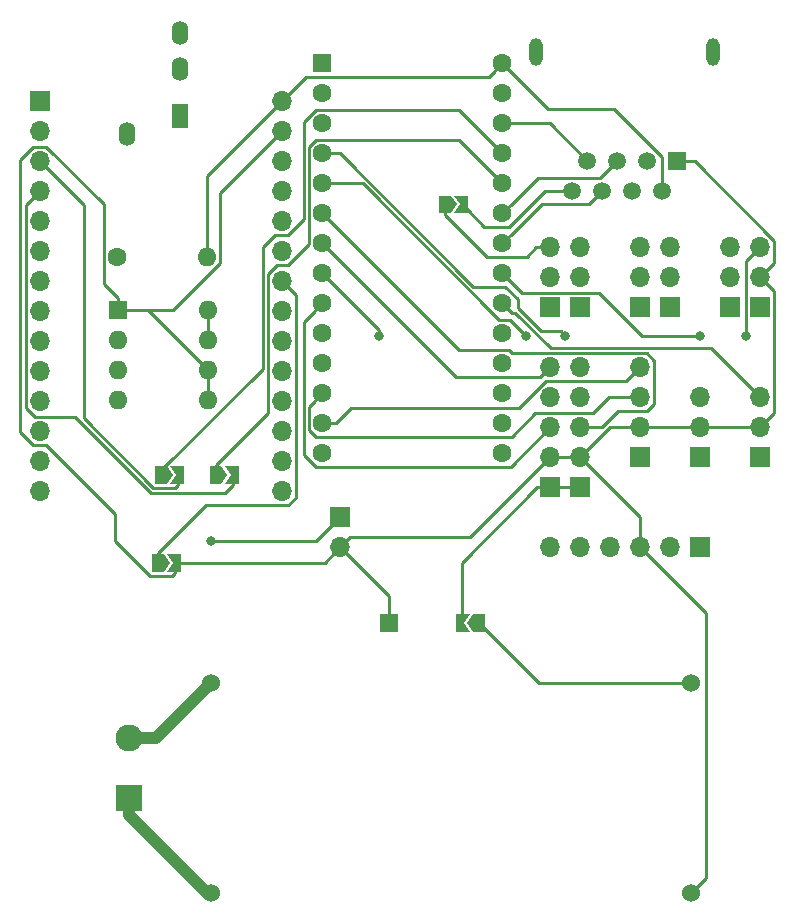
<source format=gbr>
G04 #@! TF.GenerationSoftware,KiCad,Pcbnew,(5.1.5)-3*
G04 #@! TF.CreationDate,2020-06-13T00:42:33-05:00*
G04 #@! TF.ProjectId,ControlBoardT4_28PinSound_Power,436f6e74-726f-46c4-926f-61726454345f,rev?*
G04 #@! TF.SameCoordinates,Original*
G04 #@! TF.FileFunction,Copper,L1,Top*
G04 #@! TF.FilePolarity,Positive*
%FSLAX46Y46*%
G04 Gerber Fmt 4.6, Leading zero omitted, Abs format (unit mm)*
G04 Created by KiCad (PCBNEW (5.1.5)-3) date 2020-06-13 00:42:33*
%MOMM*%
%LPD*%
G04 APERTURE LIST*
%ADD10C,1.524000*%
%ADD11C,0.100000*%
%ADD12O,1.140000X2.362000*%
%ADD13C,1.500000*%
%ADD14R,1.500000X1.500000*%
%ADD15R,1.700000X1.700000*%
%ADD16O,1.700000X1.700000*%
%ADD17O,1.400000X2.000000*%
%ADD18R,1.400000X2.000000*%
%ADD19C,1.600000*%
%ADD20R,1.600000X1.600000*%
%ADD21O,1.600000X1.600000*%
%ADD22C,2.286000*%
%ADD23R,2.286000X2.286000*%
%ADD24C,0.800000*%
%ADD25C,0.250000*%
%ADD26C,1.000000*%
G04 APERTURE END LIST*
D10*
X125920500Y-128079500D03*
X125920500Y-145859500D03*
X166560500Y-128079500D03*
X166560500Y-145859500D03*
G04 #@! TA.AperFunction,SMDPad,CuDef*
D11*
G36*
X147590000Y-123000000D02*
G01*
X148090000Y-122250000D01*
X149090000Y-122250000D01*
X149090000Y-123750000D01*
X148090000Y-123750000D01*
X147590000Y-123000000D01*
G37*
G04 #@! TD.AperFunction*
G04 #@! TA.AperFunction,SMDPad,CuDef*
G36*
X146640000Y-122250000D02*
G01*
X147790000Y-122250000D01*
X147290000Y-123000000D01*
X147790000Y-123750000D01*
X146640000Y-123750000D01*
X146640000Y-122250000D01*
G37*
G04 #@! TD.AperFunction*
D12*
X153416000Y-74631550D03*
X168414700Y-74631550D03*
D13*
X156464000Y-86423500D03*
X157734000Y-83883500D03*
X159004000Y-86423500D03*
X160274000Y-83883500D03*
X161544000Y-86423500D03*
X162814000Y-83883500D03*
X164084000Y-86423500D03*
D14*
X165354000Y-83883500D03*
D15*
X136842500Y-114046000D03*
D16*
X136842500Y-116586000D03*
D15*
X111379000Y-78803500D03*
D16*
X131879000Y-78803500D03*
X111379000Y-81343500D03*
X131879000Y-81343500D03*
X111379000Y-83883500D03*
X131879000Y-83883500D03*
X111379000Y-86423500D03*
X131879000Y-86423500D03*
X111379000Y-88963500D03*
X131879000Y-88963500D03*
X111379000Y-91503500D03*
X131879000Y-91503500D03*
X111379000Y-94043500D03*
X131879000Y-94043500D03*
X111379000Y-96583500D03*
X131879000Y-96583500D03*
X111379000Y-99123500D03*
X131879000Y-99123500D03*
X111379000Y-101663500D03*
X131879000Y-101663500D03*
X111379000Y-104203500D03*
X131879000Y-104203500D03*
X111379000Y-106743500D03*
X131879000Y-106743500D03*
X111379000Y-109283500D03*
X131879000Y-109283500D03*
X111379000Y-111823500D03*
X131879000Y-111823500D03*
D17*
X118808500Y-81573500D03*
D18*
X123308500Y-80073500D03*
D17*
X123308500Y-76073500D03*
X123308500Y-73073500D03*
D16*
X172402500Y-103886000D03*
X172402500Y-106426000D03*
D15*
X172402500Y-108966000D03*
G04 #@! TA.AperFunction,SMDPad,CuDef*
D11*
G36*
X122385500Y-117919500D02*
G01*
X121885500Y-118669500D01*
X120885500Y-118669500D01*
X120885500Y-117169500D01*
X121885500Y-117169500D01*
X122385500Y-117919500D01*
G37*
G04 #@! TD.AperFunction*
G04 #@! TA.AperFunction,SMDPad,CuDef*
G36*
X123335500Y-118669500D02*
G01*
X122185500Y-118669500D01*
X122685500Y-117919500D01*
X122185500Y-117169500D01*
X123335500Y-117169500D01*
X123335500Y-118669500D01*
G37*
G04 #@! TD.AperFunction*
G04 #@! TA.AperFunction,SMDPad,CuDef*
G36*
X127275000Y-110490000D02*
G01*
X126775000Y-111240000D01*
X125775000Y-111240000D01*
X125775000Y-109740000D01*
X126775000Y-109740000D01*
X127275000Y-110490000D01*
G37*
G04 #@! TD.AperFunction*
G04 #@! TA.AperFunction,SMDPad,CuDef*
G36*
X128225000Y-111240000D02*
G01*
X127075000Y-111240000D01*
X127575000Y-110490000D01*
X127075000Y-109740000D01*
X128225000Y-109740000D01*
X128225000Y-111240000D01*
G37*
G04 #@! TD.AperFunction*
G04 #@! TA.AperFunction,SMDPad,CuDef*
G36*
X122639500Y-110490000D02*
G01*
X122139500Y-111240000D01*
X121139500Y-111240000D01*
X121139500Y-109740000D01*
X122139500Y-109740000D01*
X122639500Y-110490000D01*
G37*
G04 #@! TD.AperFunction*
G04 #@! TA.AperFunction,SMDPad,CuDef*
G36*
X123589500Y-111240000D02*
G01*
X122439500Y-111240000D01*
X122939500Y-110490000D01*
X122439500Y-109740000D01*
X123589500Y-109740000D01*
X123589500Y-111240000D01*
G37*
G04 #@! TD.AperFunction*
D19*
X135318500Y-108648500D03*
X135318500Y-106108500D03*
X135318500Y-103568500D03*
X135318500Y-101028500D03*
X135318500Y-98488500D03*
X135318500Y-95948500D03*
X135318500Y-93408500D03*
X135318500Y-90868500D03*
X135318500Y-88328500D03*
X135318500Y-85788500D03*
X135318500Y-83248500D03*
X135318500Y-80708500D03*
X135318500Y-78168500D03*
D20*
X135318500Y-75628500D03*
D19*
X150558500Y-108648500D03*
X150558500Y-106108500D03*
X150558500Y-103568500D03*
X150558500Y-101028500D03*
X150558500Y-98488500D03*
X150558500Y-95948500D03*
X150558500Y-93408500D03*
X150558500Y-90868500D03*
X150558500Y-88328500D03*
X150558500Y-85788500D03*
X150558500Y-83248500D03*
X150558500Y-80708500D03*
X150558500Y-78168500D03*
X150558500Y-75628500D03*
D15*
X167322500Y-116586000D03*
D16*
X164782500Y-116586000D03*
X162242500Y-116586000D03*
X159702500Y-116586000D03*
X157162500Y-116586000D03*
X154622500Y-116586000D03*
X162242500Y-91186000D03*
X164782500Y-91186000D03*
X162242500Y-93726000D03*
X164782500Y-93726000D03*
D15*
X164782500Y-96266000D03*
X162242500Y-96266000D03*
X157162500Y-96266000D03*
D16*
X157162500Y-93726000D03*
X154622500Y-93726000D03*
X157162500Y-91186000D03*
X154622500Y-91186000D03*
D15*
X154622500Y-96266000D03*
X157162500Y-111506000D03*
D16*
X157162500Y-108966000D03*
X154622500Y-108966000D03*
X157162500Y-106426000D03*
X154622500Y-106426000D03*
X157162500Y-103886000D03*
X154622500Y-103886000D03*
X157162500Y-101346000D03*
X154622500Y-101346000D03*
D15*
X154622500Y-111506000D03*
X172402500Y-96266000D03*
D16*
X172402500Y-93726000D03*
X169862500Y-93726000D03*
X172402500Y-91186000D03*
X169862500Y-91186000D03*
D15*
X169862500Y-96266000D03*
X162242500Y-108966000D03*
D16*
X162242500Y-106426000D03*
X162242500Y-103886000D03*
X162242500Y-101346000D03*
D15*
X167322500Y-108966000D03*
D16*
X167322500Y-106426000D03*
X167322500Y-103886000D03*
D20*
X117983000Y-96520000D03*
D21*
X125603000Y-104140000D03*
X117983000Y-99060000D03*
X125603000Y-101600000D03*
X117983000Y-101600000D03*
X125603000Y-99060000D03*
X117983000Y-104140000D03*
X125603000Y-96520000D03*
D19*
X117919500Y-92011500D03*
D21*
X125539500Y-92011500D03*
G04 #@! TA.AperFunction,SMDPad,CuDef*
D11*
G36*
X147656000Y-88316500D02*
G01*
X146506000Y-88316500D01*
X147006000Y-87566500D01*
X146506000Y-86816500D01*
X147656000Y-86816500D01*
X147656000Y-88316500D01*
G37*
G04 #@! TD.AperFunction*
G04 #@! TA.AperFunction,SMDPad,CuDef*
G36*
X146706000Y-87566500D02*
G01*
X146206000Y-88316500D01*
X145206000Y-88316500D01*
X145206000Y-86816500D01*
X146206000Y-86816500D01*
X146706000Y-87566500D01*
G37*
G04 #@! TD.AperFunction*
D22*
X118935500Y-132778500D03*
D23*
X118935500Y-137858500D03*
D14*
X140970000Y-123000000D03*
D24*
X167322500Y-98679000D03*
X171196000Y-98679000D03*
X152527000Y-98679000D03*
X140081000Y-98679000D03*
X155892500Y-98679000D03*
X125920500Y-116078000D03*
D25*
X134518501Y-104368499D02*
X135318500Y-103568500D01*
X134193499Y-104693501D02*
X134518501Y-104368499D01*
X134193499Y-106648501D02*
X134193499Y-104693501D01*
X134778499Y-107233501D02*
X134193499Y-106648501D01*
X153321001Y-105250999D02*
X151338499Y-107233501D01*
X158210501Y-105250999D02*
X153321001Y-105250999D01*
X159575500Y-103886000D02*
X158210501Y-105250999D01*
X151338499Y-107233501D02*
X134778499Y-107233501D01*
X162242500Y-103886000D02*
X159575500Y-103886000D01*
X161067499Y-102521001D02*
X161392501Y-102195999D01*
X154248497Y-102521001D02*
X161067499Y-102521001D01*
X151968509Y-104800989D02*
X154248497Y-102521001D01*
X137757381Y-104800989D02*
X151968509Y-104800989D01*
X136449870Y-106108500D02*
X137757381Y-104800989D01*
X161392501Y-102195999D02*
X162242500Y-101346000D01*
X135318500Y-106108500D02*
X136449870Y-106108500D01*
X166756815Y-98679000D02*
X167322500Y-98679000D01*
X162370498Y-98679000D02*
X166756815Y-98679000D01*
X158782497Y-95090999D02*
X162370498Y-98679000D01*
X152240999Y-95090999D02*
X158782497Y-95090999D01*
X150558500Y-93408500D02*
X152240999Y-95090999D01*
X171552501Y-103036001D02*
X172402500Y-103886000D01*
X168237489Y-99720989D02*
X171552501Y-103036001D01*
X154641991Y-99720989D02*
X168237489Y-99720989D01*
X151669501Y-96748499D02*
X154641991Y-99720989D01*
X151358499Y-96748499D02*
X151669501Y-96748499D01*
X150558500Y-95948500D02*
X151358499Y-96748499D01*
X153420419Y-91186000D02*
X154622500Y-91186000D01*
X152612918Y-91993501D02*
X153420419Y-91186000D01*
X149283001Y-91993501D02*
X152612918Y-91993501D01*
X145706000Y-88416500D02*
X149283001Y-91993501D01*
X145706000Y-87566500D02*
X145706000Y-88416500D01*
X151358499Y-87528501D02*
X150558500Y-88328500D01*
X153538501Y-85348499D02*
X151358499Y-87528501D01*
X158809001Y-85348499D02*
X153538501Y-85348499D01*
X160274000Y-83883500D02*
X158809001Y-85348499D01*
X151358499Y-90068501D02*
X150558500Y-90868500D01*
X153928499Y-87498501D02*
X151358499Y-90068501D01*
X157928999Y-87498501D02*
X153928499Y-87498501D01*
X159004000Y-86423500D02*
X157928999Y-87498501D01*
X147726710Y-88137210D02*
X147156000Y-87566500D01*
X149043001Y-89453501D02*
X147726710Y-88137210D01*
X151147999Y-89453501D02*
X149043001Y-89453501D01*
X154178000Y-86423500D02*
X151147999Y-89453501D01*
X156464000Y-86423500D02*
X154178000Y-86423500D01*
X171552501Y-92035999D02*
X172402500Y-91186000D01*
X171227499Y-92361001D02*
X171552501Y-92035999D01*
X171227499Y-95155999D02*
X171227499Y-92361001D01*
X171196000Y-95187498D02*
X171227499Y-95155999D01*
X171196000Y-98679000D02*
X171196000Y-95187498D01*
X146893499Y-99903499D02*
X136118499Y-89128499D01*
X151098501Y-99903499D02*
X146893499Y-99903499D01*
X136118499Y-89128499D02*
X135318500Y-88328500D01*
X151366001Y-100170999D02*
X151098501Y-99903499D01*
X162806501Y-100170999D02*
X151366001Y-100170999D01*
X163417501Y-100781999D02*
X162806501Y-100170999D01*
X162806501Y-105061001D02*
X163417501Y-104450001D01*
X160342508Y-105061001D02*
X162806501Y-105061001D01*
X163417501Y-104450001D02*
X163417501Y-100781999D01*
X158977509Y-106426000D02*
X160342508Y-105061001D01*
X157162500Y-106426000D02*
X158977509Y-106426000D01*
X134518501Y-96748499D02*
X135318500Y-95948500D01*
X133743489Y-97523511D02*
X134518501Y-96748499D01*
X133743489Y-108738491D02*
X133743489Y-97523511D01*
X134778499Y-109773501D02*
X133743489Y-108738491D01*
X151274999Y-109773501D02*
X134778499Y-109773501D01*
X154622500Y-106426000D02*
X151274999Y-109773501D01*
X152127001Y-98279001D02*
X152527000Y-98679000D01*
X151211499Y-97363499D02*
X152127001Y-98279001D01*
X150308497Y-97363499D02*
X151211499Y-97363499D01*
X138733498Y-85788500D02*
X150308497Y-97363499D01*
X135318500Y-85788500D02*
X138733498Y-85788500D01*
X135318500Y-93916500D02*
X135318500Y-93408500D01*
X140081000Y-98171000D02*
X140081000Y-98679000D01*
X135318500Y-93408500D02*
X140081000Y-98171000D01*
X136449870Y-83248500D02*
X135318500Y-83248500D01*
X150808503Y-94533501D02*
X148114909Y-94533501D01*
X136829908Y-83248500D02*
X136449870Y-83248500D01*
X151855901Y-95580899D02*
X150808503Y-94533501D01*
X151855901Y-96298489D02*
X151855901Y-95580899D01*
X153836413Y-98279001D02*
X151855901Y-96298489D01*
X155492501Y-98279001D02*
X153836413Y-98279001D01*
X148114909Y-94533501D02*
X136829908Y-83248500D01*
X155892500Y-98679000D02*
X155492501Y-98279001D01*
X136118499Y-91668499D02*
X135318500Y-90868500D01*
X146645999Y-102195999D02*
X136118499Y-91668499D01*
X153772501Y-102195999D02*
X146645999Y-102195999D01*
X154622500Y-101346000D02*
X153772501Y-102195999D01*
X155722500Y-111506000D02*
X157162500Y-111506000D01*
X154622500Y-111506000D02*
X155722500Y-111506000D01*
X125603000Y-97651370D02*
X125603000Y-99060000D01*
X125603000Y-96520000D02*
X125603000Y-97651370D01*
X125539500Y-85143000D02*
X125539500Y-92011500D01*
X131879000Y-78803500D02*
X125539500Y-85143000D01*
X149758501Y-76428499D02*
X150558500Y-75628500D01*
X149433499Y-76753501D02*
X149758501Y-76428499D01*
X133928999Y-76753501D02*
X149433499Y-76753501D01*
X131879000Y-78803500D02*
X133928999Y-76753501D01*
X153522500Y-111506000D02*
X154622500Y-111506000D01*
X147140000Y-117888500D02*
X153522500Y-111506000D01*
X147140000Y-123000000D02*
X147140000Y-117888500D01*
X164084000Y-85362840D02*
X164084000Y-86423500D01*
X164084000Y-83562498D02*
X164084000Y-85362840D01*
X159980003Y-79458501D02*
X164084000Y-83562498D01*
X154388501Y-79458501D02*
X159980003Y-79458501D01*
X150558500Y-75628500D02*
X154388501Y-79458501D01*
X162242500Y-114046000D02*
X157162500Y-108966000D01*
X162242500Y-116586000D02*
X162242500Y-114046000D01*
X154622500Y-108966000D02*
X157162500Y-108966000D01*
X159702500Y-106426000D02*
X162242500Y-106426000D01*
X157162500Y-108966000D02*
X159702500Y-106426000D01*
X163444581Y-106426000D02*
X172402500Y-106426000D01*
X162242500Y-106426000D02*
X163444581Y-106426000D01*
X173252499Y-94575999D02*
X172402500Y-93726000D01*
X173577501Y-94901001D02*
X173252499Y-94575999D01*
X173577501Y-105250999D02*
X173577501Y-94901001D01*
X172402500Y-106426000D02*
X173577501Y-105250999D01*
X166354000Y-83883500D02*
X165354000Y-83883500D01*
X166839002Y-83883500D02*
X166354000Y-83883500D01*
X173577501Y-90621999D02*
X166839002Y-83883500D01*
X173577501Y-92550999D02*
X173577501Y-90621999D01*
X172402500Y-93726000D02*
X173577501Y-92550999D01*
X135509000Y-117919500D02*
X136842500Y-116586000D01*
X122835500Y-117919500D02*
X135509000Y-117919500D01*
X120523000Y-96520000D02*
X125603000Y-101600000D01*
X117983000Y-96520000D02*
X120523000Y-96520000D01*
X125603000Y-102731370D02*
X125603000Y-104140000D01*
X125603000Y-101600000D02*
X125603000Y-102731370D01*
X117983000Y-95470000D02*
X117983000Y-96520000D01*
X116794499Y-94281499D02*
X117983000Y-95470000D01*
X111943001Y-82708499D02*
X116794499Y-87559997D01*
X110814999Y-82708499D02*
X111943001Y-82708499D01*
X109753989Y-83769509D02*
X110814999Y-82708499D01*
X109753989Y-106857491D02*
X109753989Y-83769509D01*
X110814999Y-107918501D02*
X109753989Y-106857491D01*
X111943001Y-107918501D02*
X110814999Y-107918501D01*
X117775300Y-113750800D02*
X111943001Y-107918501D01*
X117775300Y-116018936D02*
X117775300Y-113750800D01*
X120750874Y-118994510D02*
X117775300Y-116018936D01*
X122610490Y-118994510D02*
X120750874Y-118994510D01*
X122835500Y-118769500D02*
X122610490Y-118994510D01*
X116794499Y-87559997D02*
X116794499Y-94281499D01*
X122835500Y-117919500D02*
X122835500Y-118769500D01*
X119033000Y-96520000D02*
X117983000Y-96520000D01*
X122696002Y-96520000D02*
X119033000Y-96520000D01*
X126664501Y-92551501D02*
X122696002Y-96520000D01*
X126664501Y-86557999D02*
X126664501Y-92551501D01*
X131879000Y-81343500D02*
X126664501Y-86557999D01*
X163092499Y-117435999D02*
X162242500Y-116586000D01*
X167830500Y-122174000D02*
X163092499Y-117435999D01*
X167830500Y-144589500D02*
X167830500Y-122174000D01*
X166560500Y-145859500D02*
X167830500Y-144589500D01*
X140970000Y-120713500D02*
X136842500Y-116586000D01*
X140970000Y-123000000D02*
X140970000Y-120713500D01*
X153772501Y-109815999D02*
X154622500Y-108966000D01*
X147852499Y-115736001D02*
X153772501Y-109815999D01*
X137692499Y-115736001D02*
X147852499Y-115736001D01*
X136842500Y-116586000D02*
X137692499Y-115736001D01*
X154559000Y-80708500D02*
X157734000Y-83883500D01*
X150558500Y-80708500D02*
X154559000Y-80708500D01*
X149758501Y-82448501D02*
X150558500Y-83248500D01*
X146893499Y-79583499D02*
X149758501Y-82448501D01*
X134778499Y-79583499D02*
X146893499Y-79583499D01*
X133743489Y-80618509D02*
X134778499Y-79583499D01*
X133743489Y-88838013D02*
X133743489Y-80618509D01*
X132443001Y-90138501D02*
X133743489Y-88838013D01*
X131314999Y-90138501D02*
X132443001Y-90138501D01*
X130253989Y-91199511D02*
X131314999Y-90138501D01*
X130253989Y-101465875D02*
X130253989Y-91199511D01*
X121639500Y-110080364D02*
X130253989Y-101465875D01*
X121639500Y-110490000D02*
X121639500Y-110080364D01*
X149758501Y-84988501D02*
X150558500Y-85788500D01*
X146893499Y-82123499D02*
X149758501Y-84988501D01*
X134778499Y-82123499D02*
X146893499Y-82123499D01*
X134193499Y-90928003D02*
X134193499Y-82708499D01*
X132443001Y-92678501D02*
X134193499Y-90928003D01*
X131504997Y-92678501D02*
X132443001Y-92678501D01*
X130703999Y-93479499D02*
X131504997Y-92678501D01*
X134193499Y-82708499D02*
X134778499Y-82123499D01*
X130703999Y-105211001D02*
X130703999Y-93479499D01*
X126275000Y-109640000D02*
X130703999Y-105211001D01*
X126275000Y-110490000D02*
X126275000Y-109640000D01*
X133054001Y-112387501D02*
X133054001Y-95218501D01*
X133054001Y-95218501D02*
X132728999Y-94893499D01*
X132443001Y-112998501D02*
X133054001Y-112387501D01*
X125456499Y-112998501D02*
X132443001Y-112998501D01*
X132728999Y-94893499D02*
X131879000Y-94043500D01*
X121385500Y-117069500D02*
X125456499Y-112998501D01*
X121385500Y-117919500D02*
X121385500Y-117069500D01*
X123089500Y-111340000D02*
X123089500Y-110490000D01*
X122864490Y-111565010D02*
X123089500Y-111340000D01*
X121004874Y-111565010D02*
X122864490Y-111565010D01*
X115125500Y-105685636D02*
X121004874Y-111565010D01*
X115125500Y-87630000D02*
X115125500Y-105685636D01*
X111379000Y-83883500D02*
X115125500Y-87630000D01*
X127725000Y-111340000D02*
X127725000Y-110490000D01*
X127049980Y-112015020D02*
X127725000Y-111340000D01*
X120818474Y-112015020D02*
X127049980Y-112015020D01*
X114371953Y-105568499D02*
X120818474Y-112015020D01*
X111004997Y-105568499D02*
X114371953Y-105568499D01*
X110203999Y-104767501D02*
X111004997Y-105568499D01*
X110203999Y-87598501D02*
X110203999Y-104767501D01*
X111379000Y-86423500D02*
X110203999Y-87598501D01*
X134810500Y-116078000D02*
X136842500Y-114046000D01*
X125920500Y-116078000D02*
X134810500Y-116078000D01*
X153669500Y-128079500D02*
X148590000Y-123000000D01*
X166560500Y-128079500D02*
X153669500Y-128079500D01*
D26*
X125543500Y-145859500D02*
X125920500Y-145859500D01*
X118935500Y-137858500D02*
X118935500Y-139251500D01*
X118935500Y-139251500D02*
X125543500Y-145859500D01*
X121221500Y-132778500D02*
X125920500Y-128079500D01*
X118935500Y-132778500D02*
X121221500Y-132778500D01*
M02*

</source>
